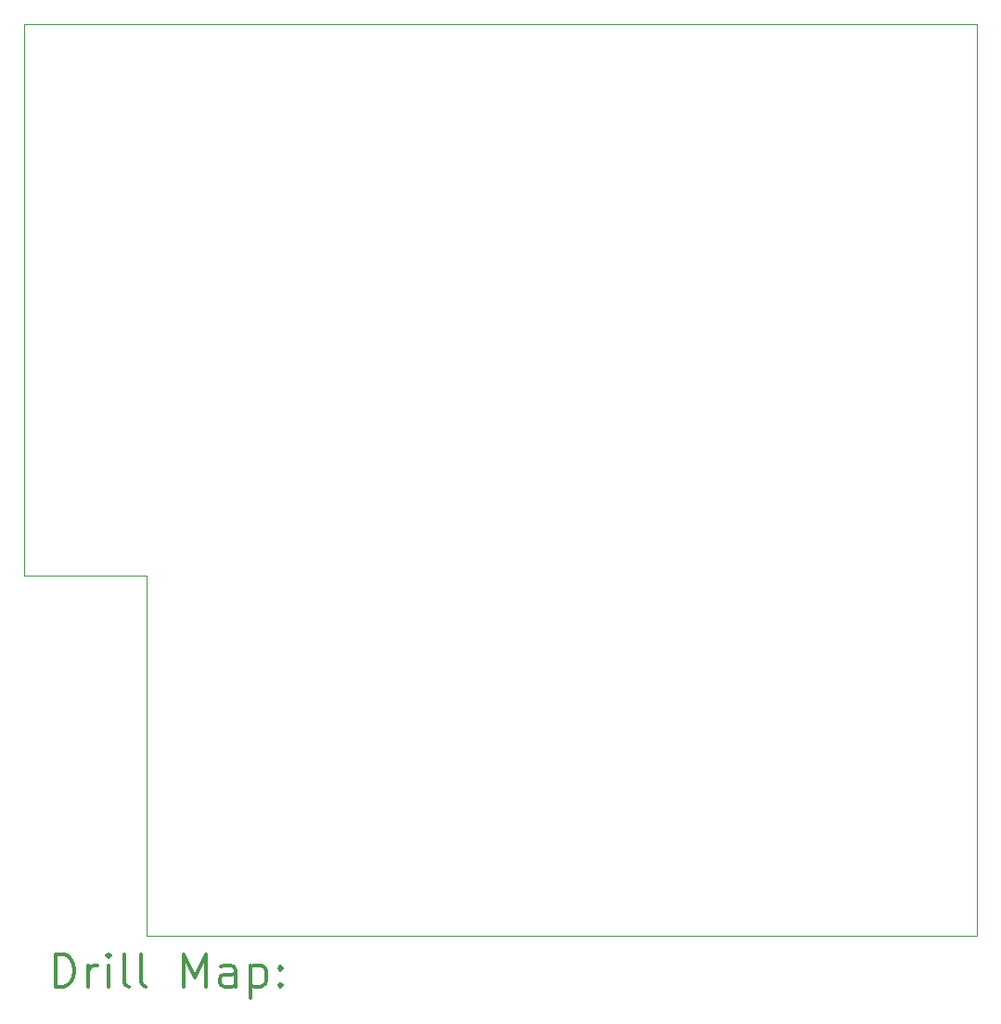
<source format=gbr>
%FSLAX45Y45*%
G04 Gerber Fmt 4.5, Leading zero omitted, Abs format (unit mm)*
G04 Created by KiCad (PCBNEW (5.1.9)-1) date 2023-04-05 16:22:53*
%MOMM*%
%LPD*%
G01*
G04 APERTURE LIST*
%TA.AperFunction,Profile*%
%ADD10C,0.050000*%
%TD*%
%ADD11C,0.200000*%
%ADD12C,0.300000*%
G04 APERTURE END LIST*
D10*
X13487000Y-8719000D02*
X14606000Y-8719000D01*
X13487000Y-3689000D02*
X13487000Y-8719000D01*
X22180000Y-8925000D02*
X22180000Y-11999000D01*
X14606000Y-11999000D02*
X14606000Y-8719000D01*
X22180000Y-3689000D02*
X22180000Y-8925000D01*
X14606000Y-11999000D02*
X22180000Y-11999000D01*
X13487000Y-3689000D02*
X22180000Y-3689000D01*
D11*
D12*
X13770928Y-12467214D02*
X13770928Y-12167214D01*
X13842357Y-12167214D01*
X13885214Y-12181500D01*
X13913786Y-12210071D01*
X13928071Y-12238643D01*
X13942357Y-12295786D01*
X13942357Y-12338643D01*
X13928071Y-12395786D01*
X13913786Y-12424357D01*
X13885214Y-12452929D01*
X13842357Y-12467214D01*
X13770928Y-12467214D01*
X14070928Y-12467214D02*
X14070928Y-12267214D01*
X14070928Y-12324357D02*
X14085214Y-12295786D01*
X14099500Y-12281500D01*
X14128071Y-12267214D01*
X14156643Y-12267214D01*
X14256643Y-12467214D02*
X14256643Y-12267214D01*
X14256643Y-12167214D02*
X14242357Y-12181500D01*
X14256643Y-12195786D01*
X14270928Y-12181500D01*
X14256643Y-12167214D01*
X14256643Y-12195786D01*
X14442357Y-12467214D02*
X14413786Y-12452929D01*
X14399500Y-12424357D01*
X14399500Y-12167214D01*
X14599500Y-12467214D02*
X14570928Y-12452929D01*
X14556643Y-12424357D01*
X14556643Y-12167214D01*
X14942357Y-12467214D02*
X14942357Y-12167214D01*
X15042357Y-12381500D01*
X15142357Y-12167214D01*
X15142357Y-12467214D01*
X15413786Y-12467214D02*
X15413786Y-12310071D01*
X15399500Y-12281500D01*
X15370928Y-12267214D01*
X15313786Y-12267214D01*
X15285214Y-12281500D01*
X15413786Y-12452929D02*
X15385214Y-12467214D01*
X15313786Y-12467214D01*
X15285214Y-12452929D01*
X15270928Y-12424357D01*
X15270928Y-12395786D01*
X15285214Y-12367214D01*
X15313786Y-12352929D01*
X15385214Y-12352929D01*
X15413786Y-12338643D01*
X15556643Y-12267214D02*
X15556643Y-12567214D01*
X15556643Y-12281500D02*
X15585214Y-12267214D01*
X15642357Y-12267214D01*
X15670928Y-12281500D01*
X15685214Y-12295786D01*
X15699500Y-12324357D01*
X15699500Y-12410071D01*
X15685214Y-12438643D01*
X15670928Y-12452929D01*
X15642357Y-12467214D01*
X15585214Y-12467214D01*
X15556643Y-12452929D01*
X15828071Y-12438643D02*
X15842357Y-12452929D01*
X15828071Y-12467214D01*
X15813786Y-12452929D01*
X15828071Y-12438643D01*
X15828071Y-12467214D01*
X15828071Y-12281500D02*
X15842357Y-12295786D01*
X15828071Y-12310071D01*
X15813786Y-12295786D01*
X15828071Y-12281500D01*
X15828071Y-12310071D01*
M02*

</source>
